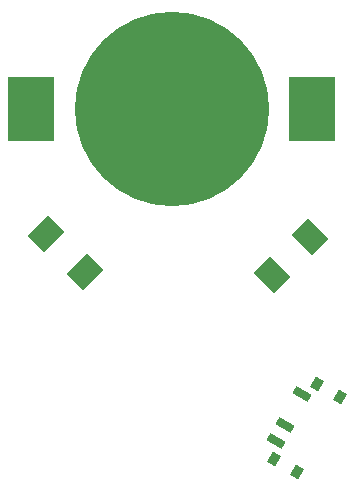
<source format=gbr>
%TF.GenerationSoftware,KiCad,Pcbnew,(6.0.7)*%
%TF.CreationDate,2022-11-23T15:41:05-06:00*%
%TF.ProjectId,LLK,4c4c4b2e-6b69-4636-9164-5f7063625858,rev?*%
%TF.SameCoordinates,Original*%
%TF.FileFunction,Paste,Bot*%
%TF.FilePolarity,Positive*%
%FSLAX46Y46*%
G04 Gerber Fmt 4.6, Leading zero omitted, Abs format (unit mm)*
G04 Created by KiCad (PCBNEW (6.0.7)) date 2022-11-23 15:41:05*
%MOMM*%
%LPD*%
G01*
G04 APERTURE LIST*
G04 Aperture macros list*
%AMRotRect*
0 Rectangle, with rotation*
0 The origin of the aperture is its center*
0 $1 length*
0 $2 width*
0 $3 Rotation angle, in degrees counterclockwise*
0 Add horizontal line*
21,1,$1,$2,0,0,$3*%
G04 Aperture macros list end*
%ADD10RotRect,1.955800X2.463800X135.000000*%
%ADD11RotRect,1.930400X2.438400X135.000000*%
%ADD12RotRect,1.955800X2.463800X45.000000*%
%ADD13RotRect,1.930400X2.438400X45.000000*%
%ADD14R,3.857800X5.472400*%
%ADD15R,3.908600X5.523200*%
%ADD16C,16.459512*%
%ADD17RotRect,1.000000X0.800000X240.000000*%
%ADD18RotRect,0.700000X1.500000X240.000000*%
G04 APERTURE END LIST*
D10*
%TO.C,D1*%
X143056446Y-105936446D03*
D11*
X139823554Y-102703554D03*
%TD*%
D12*
%TO.C,D2*%
X158940909Y-106166204D03*
D13*
X162173801Y-102933312D03*
%TD*%
D14*
%TO.C,BT1*%
X138535000Y-92060000D03*
D15*
X162345000Y-92060000D03*
D16*
X150440000Y-92060000D03*
%TD*%
D17*
%TO.C,ON/OFF*%
X162739500Y-115379007D03*
X159089500Y-121700993D03*
X164653416Y-116484007D03*
X161003416Y-122805993D03*
D18*
X161476584Y-116266443D03*
X159976584Y-118864519D03*
X159226584Y-120163557D03*
%TD*%
M02*

</source>
